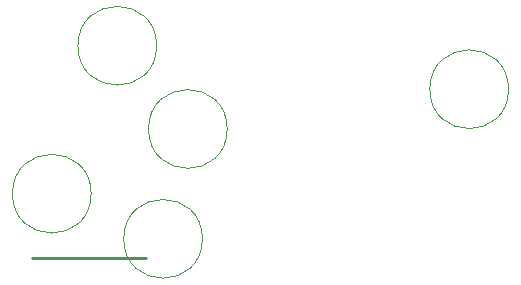
<source format=gbr>
G04 DipTrace 3.0.0.1*
G04 TopAssy.gbr*
%MOIN*%
G04 #@! TF.FileFunction,Drawing,Top*
G04 #@! TF.Part,Single*
%ADD10C,0.01*%
%ADD25C,0.000131*%
%FSLAX26Y26*%
G04*
G70*
G90*
G75*
G01*
G04 TopAssy*
%LPD*%
X472927Y402927D2*
D10*
X854942D1*
X862205Y832940D2*
D25*
G02X862205Y832940I131234J0D01*
G01*
X1800000Y965420D2*
G02X1800000Y965420I131234J0D01*
G01*
G02X1800000Y965420I131234J0D01*
G01*
X408661Y617192D2*
G02X408661Y617192I131234J0D01*
G01*
G02X408661Y617192I131234J0D01*
G01*
X626903Y1110367D2*
G02X626903Y1110367I131234J0D01*
G01*
X779528Y466798D2*
G02X779528Y466798I131234J0D01*
G01*
M02*

</source>
